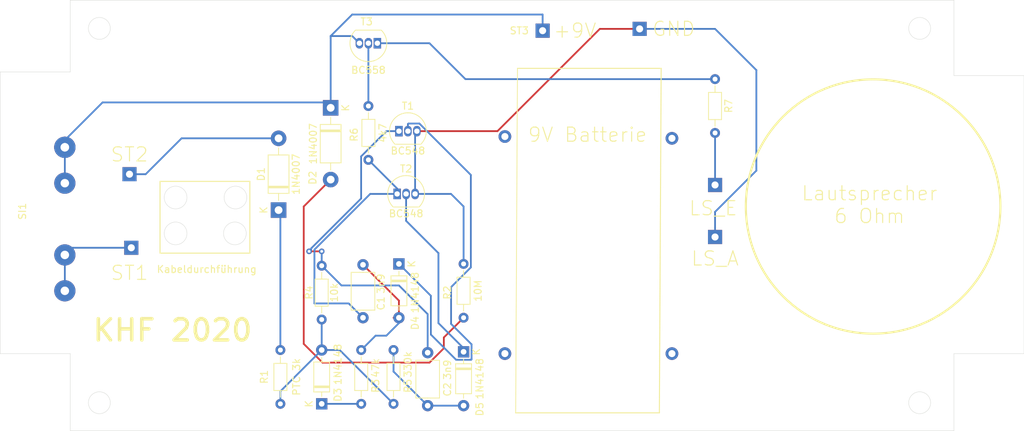
<source format=kicad_pcb>
(kicad_pcb (version 20171130) (host pcbnew "(5.1.6)-1")

  (general
    (thickness 1.6)
    (drawings 40)
    (tracks 106)
    (zones 0)
    (modules 24)
    (nets 18)
  )

  (page A4)
  (layers
    (0 F.Cu signal)
    (31 B.Cu signal)
    (32 B.Adhes user)
    (33 F.Adhes user)
    (34 B.Paste user)
    (35 F.Paste user)
    (36 B.SilkS user)
    (37 F.SilkS user)
    (38 B.Mask user)
    (39 F.Mask user)
    (40 Dwgs.User user)
    (41 Cmts.User user)
    (42 Eco1.User user)
    (43 Eco2.User user)
    (44 Edge.Cuts user)
    (45 Margin user)
    (46 B.CrtYd user)
    (47 F.CrtYd user)
    (48 B.Fab user)
    (49 F.Fab user)
  )

  (setup
    (last_trace_width 0.25)
    (trace_clearance 0.2)
    (zone_clearance 0.508)
    (zone_45_only no)
    (trace_min 0.2)
    (via_size 0.8)
    (via_drill 0.4)
    (via_min_size 0.4)
    (via_min_drill 0.3)
    (uvia_size 0.3)
    (uvia_drill 0.1)
    (uvias_allowed no)
    (uvia_min_size 0.2)
    (uvia_min_drill 0.1)
    (edge_width 0.05)
    (segment_width 0.2)
    (pcb_text_width 0.3)
    (pcb_text_size 1.5 1.5)
    (mod_edge_width 0.12)
    (mod_text_size 1 1)
    (mod_text_width 0.15)
    (pad_size 1.524 1.524)
    (pad_drill 0.762)
    (pad_to_mask_clearance 0.05)
    (aux_axis_origin 0 0)
    (visible_elements FFFFFF7F)
    (pcbplotparams
      (layerselection 0x010fc_ffffffff)
      (usegerberextensions false)
      (usegerberattributes true)
      (usegerberadvancedattributes true)
      (creategerberjobfile true)
      (excludeedgelayer true)
      (linewidth 0.100000)
      (plotframeref false)
      (viasonmask false)
      (mode 1)
      (useauxorigin false)
      (hpglpennumber 1)
      (hpglpenspeed 20)
      (hpglpendiameter 15.000000)
      (psnegative false)
      (psa4output false)
      (plotreference true)
      (plotvalue true)
      (plotinvisibletext false)
      (padsonsilk false)
      (subtractmaskfromsilk false)
      (outputformat 1)
      (mirror false)
      (drillshape 1)
      (scaleselection 1)
      (outputdirectory ""))
  )

  (net 0 "")
  (net 1 "Net-(C1-Pad1)")
  (net 2 "Net-(C2-Pad2)")
  (net 3 "Net-(C2-Pad1)")
  (net 4 "Net-(D1-Pad1)")
  (net 5 "Net-(D1-Pad2)")
  (net 6 "Net-(D2-Pad2)")
  (net 7 "Net-(D2-Pad1)")
  (net 8 "Net-(D3-Pad1)")
  (net 9 "Net-(D3-Pad2)")
  (net 10 "Net-(D4-Pad1)")
  (net 11 "Net-(D5-Pad1)")
  (net 12 "Net-(LS1_E1-Pad1)")
  (net 13 "Net-(R6-Pad1)")
  (net 14 "Net-(R7-Pad1)")
  (net 15 "Net-(SI1-Pad1)")
  (net 16 "Net-(LS1_A1-Pad1)")
  (net 17 "Net-(C1-Pad2)")

  (net_class Default "This is the default net class."
    (clearance 0.2)
    (trace_width 0.25)
    (via_dia 0.8)
    (via_drill 0.4)
    (uvia_dia 0.3)
    (uvia_drill 0.1)
    (add_net "Net-(C1-Pad1)")
    (add_net "Net-(C1-Pad2)")
    (add_net "Net-(C2-Pad1)")
    (add_net "Net-(C2-Pad2)")
    (add_net "Net-(D1-Pad1)")
    (add_net "Net-(D1-Pad2)")
    (add_net "Net-(D2-Pad1)")
    (add_net "Net-(D2-Pad2)")
    (add_net "Net-(D3-Pad1)")
    (add_net "Net-(D3-Pad2)")
    (add_net "Net-(D4-Pad1)")
    (add_net "Net-(D5-Pad1)")
    (add_net "Net-(LS1_A1-Pad1)")
    (add_net "Net-(LS1_E1-Pad1)")
    (add_net "Net-(R6-Pad1)")
    (add_net "Net-(R7-Pad1)")
    (add_net "Net-(SI1-Pad1)")
  )

  (module Capacitor_THT:C_Axial_L5.1mm_D3.1mm_P7.50mm_Horizontal (layer F.Cu) (tedit 5AE50EF0) (tstamp 5F67DFFA)
    (at 97.282 92.964 90)
    (descr "C, Axial series, Axial, Horizontal, pin pitch=7.5mm, , length*diameter=5.1*3.1mm^2, http://www.vishay.com/docs/45231/arseries.pdf")
    (tags "C Axial series Axial Horizontal pin pitch 7.5mm  length 5.1mm diameter 3.1mm")
    (path /5F67A9AF)
    (fp_text reference C1 (at 2.032 2.54 90) (layer F.SilkS)
      (effects (font (size 1 1) (thickness 0.15)))
    )
    (fp_text value 3n9 (at 4.826 2.54 90) (layer F.SilkS)
      (effects (font (size 1 1) (thickness 0.15)))
    )
    (fp_line (start 8.55 -1.8) (end -1.05 -1.8) (layer F.CrtYd) (width 0.05))
    (fp_line (start 8.55 1.8) (end 8.55 -1.8) (layer F.CrtYd) (width 0.05))
    (fp_line (start -1.05 1.8) (end 8.55 1.8) (layer F.CrtYd) (width 0.05))
    (fp_line (start -1.05 -1.8) (end -1.05 1.8) (layer F.CrtYd) (width 0.05))
    (fp_line (start 6.46 0) (end 6.42 0) (layer F.SilkS) (width 0.12))
    (fp_line (start 1.04 0) (end 1.08 0) (layer F.SilkS) (width 0.12))
    (fp_line (start 6.42 -1.67) (end 1.08 -1.67) (layer F.SilkS) (width 0.12))
    (fp_line (start 6.42 1.67) (end 6.42 -1.67) (layer F.SilkS) (width 0.12))
    (fp_line (start 1.08 1.67) (end 6.42 1.67) (layer F.SilkS) (width 0.12))
    (fp_line (start 1.08 -1.67) (end 1.08 1.67) (layer F.SilkS) (width 0.12))
    (fp_line (start 7.5 0) (end 6.3 0) (layer F.Fab) (width 0.1))
    (fp_line (start 0 0) (end 1.2 0) (layer F.Fab) (width 0.1))
    (fp_line (start 6.3 -1.55) (end 1.2 -1.55) (layer F.Fab) (width 0.1))
    (fp_line (start 6.3 1.55) (end 6.3 -1.55) (layer F.Fab) (width 0.1))
    (fp_line (start 1.2 1.55) (end 6.3 1.55) (layer F.Fab) (width 0.1))
    (fp_line (start 1.2 -1.55) (end 1.2 1.55) (layer F.Fab) (width 0.1))
    (fp_text user %R (at 3.75 0 90) (layer F.Fab)
      (effects (font (size 1 1) (thickness 0.15)))
    )
    (pad 1 thru_hole circle (at 0 0 90) (size 1.6 1.6) (drill 0.8) (layers *.Cu *.Mask)
      (net 1 "Net-(C1-Pad1)"))
    (pad 2 thru_hole oval (at 7.5 0 90) (size 1.6 1.6) (drill 0.8) (layers *.Cu *.Mask)
      (net 17 "Net-(C1-Pad2)"))
    (model ${KISYS3DMOD}/Capacitor_THT.3dshapes/C_Axial_L5.1mm_D3.1mm_P7.50mm_Horizontal.wrl
      (at (xyz 0 0 0))
      (scale (xyz 1 1 1))
      (rotate (xyz 0 0 0))
    )
  )

  (module Capacitor_THT:C_Axial_L5.1mm_D3.1mm_P7.50mm_Horizontal (layer F.Cu) (tedit 5AE50EF0) (tstamp 5F67E011)
    (at 106.426 105.41 90)
    (descr "C, Axial series, Axial, Horizontal, pin pitch=7.5mm, , length*diameter=5.1*3.1mm^2, http://www.vishay.com/docs/45231/arseries.pdf")
    (tags "C Axial series Axial Horizontal pin pitch 7.5mm  length 5.1mm diameter 3.1mm")
    (path /5F67AE1A)
    (fp_text reference C2 (at 2.286 2.794 90) (layer F.SilkS)
      (effects (font (size 1 1) (thickness 0.15)))
    )
    (fp_text value 3n9 (at 5.08 2.794 90) (layer F.SilkS)
      (effects (font (size 1 1) (thickness 0.15)))
    )
    (fp_text user %R (at 3.75 0 90) (layer F.Fab)
      (effects (font (size 1 1) (thickness 0.15)))
    )
    (fp_line (start 1.2 -1.55) (end 1.2 1.55) (layer F.Fab) (width 0.1))
    (fp_line (start 1.2 1.55) (end 6.3 1.55) (layer F.Fab) (width 0.1))
    (fp_line (start 6.3 1.55) (end 6.3 -1.55) (layer F.Fab) (width 0.1))
    (fp_line (start 6.3 -1.55) (end 1.2 -1.55) (layer F.Fab) (width 0.1))
    (fp_line (start 0 0) (end 1.2 0) (layer F.Fab) (width 0.1))
    (fp_line (start 7.5 0) (end 6.3 0) (layer F.Fab) (width 0.1))
    (fp_line (start 1.08 -1.67) (end 1.08 1.67) (layer F.SilkS) (width 0.12))
    (fp_line (start 1.08 1.67) (end 6.42 1.67) (layer F.SilkS) (width 0.12))
    (fp_line (start 6.42 1.67) (end 6.42 -1.67) (layer F.SilkS) (width 0.12))
    (fp_line (start 6.42 -1.67) (end 1.08 -1.67) (layer F.SilkS) (width 0.12))
    (fp_line (start 1.04 0) (end 1.08 0) (layer F.SilkS) (width 0.12))
    (fp_line (start 6.46 0) (end 6.42 0) (layer F.SilkS) (width 0.12))
    (fp_line (start -1.05 -1.8) (end -1.05 1.8) (layer F.CrtYd) (width 0.05))
    (fp_line (start -1.05 1.8) (end 8.55 1.8) (layer F.CrtYd) (width 0.05))
    (fp_line (start 8.55 1.8) (end 8.55 -1.8) (layer F.CrtYd) (width 0.05))
    (fp_line (start 8.55 -1.8) (end -1.05 -1.8) (layer F.CrtYd) (width 0.05))
    (pad 2 thru_hole oval (at 7.5 0 90) (size 1.6 1.6) (drill 0.8) (layers *.Cu *.Mask)
      (net 2 "Net-(C2-Pad2)"))
    (pad 1 thru_hole circle (at 0 0 90) (size 1.6 1.6) (drill 0.8) (layers *.Cu *.Mask)
      (net 3 "Net-(C2-Pad1)"))
    (model ${KISYS3DMOD}/Capacitor_THT.3dshapes/C_Axial_L5.1mm_D3.1mm_P7.50mm_Horizontal.wrl
      (at (xyz 0 0 0))
      (scale (xyz 1 1 1))
      (rotate (xyz 0 0 0))
    )
  )

  (module Diode_THT:D_DO-41_SOD81_P10.16mm_Horizontal (layer F.Cu) (tedit 5AE50CD5) (tstamp 5F67E030)
    (at 85.344 77.724 90)
    (descr "Diode, DO-41_SOD81 series, Axial, Horizontal, pin pitch=10.16mm, , length*diameter=5.2*2.7mm^2, , http://www.diodes.com/_files/packages/DO-41%20(Plastic).pdf")
    (tags "Diode DO-41_SOD81 series Axial Horizontal pin pitch 10.16mm  length 5.2mm diameter 2.7mm")
    (path /5F6770AF)
    (fp_text reference D1 (at 5.08 -2.47 90) (layer F.SilkS)
      (effects (font (size 1 1) (thickness 0.15)))
    )
    (fp_text value 1N4007 (at 5.08 2.47 90) (layer F.SilkS)
      (effects (font (size 1 1) (thickness 0.15)))
    )
    (fp_line (start 11.51 -1.6) (end -1.35 -1.6) (layer F.CrtYd) (width 0.05))
    (fp_line (start 11.51 1.6) (end 11.51 -1.6) (layer F.CrtYd) (width 0.05))
    (fp_line (start -1.35 1.6) (end 11.51 1.6) (layer F.CrtYd) (width 0.05))
    (fp_line (start -1.35 -1.6) (end -1.35 1.6) (layer F.CrtYd) (width 0.05))
    (fp_line (start 3.14 -1.47) (end 3.14 1.47) (layer F.SilkS) (width 0.12))
    (fp_line (start 3.38 -1.47) (end 3.38 1.47) (layer F.SilkS) (width 0.12))
    (fp_line (start 3.26 -1.47) (end 3.26 1.47) (layer F.SilkS) (width 0.12))
    (fp_line (start 8.82 0) (end 7.8 0) (layer F.SilkS) (width 0.12))
    (fp_line (start 1.34 0) (end 2.36 0) (layer F.SilkS) (width 0.12))
    (fp_line (start 7.8 -1.47) (end 2.36 -1.47) (layer F.SilkS) (width 0.12))
    (fp_line (start 7.8 1.47) (end 7.8 -1.47) (layer F.SilkS) (width 0.12))
    (fp_line (start 2.36 1.47) (end 7.8 1.47) (layer F.SilkS) (width 0.12))
    (fp_line (start 2.36 -1.47) (end 2.36 1.47) (layer F.SilkS) (width 0.12))
    (fp_line (start 3.16 -1.35) (end 3.16 1.35) (layer F.Fab) (width 0.1))
    (fp_line (start 3.36 -1.35) (end 3.36 1.35) (layer F.Fab) (width 0.1))
    (fp_line (start 3.26 -1.35) (end 3.26 1.35) (layer F.Fab) (width 0.1))
    (fp_line (start 10.16 0) (end 7.68 0) (layer F.Fab) (width 0.1))
    (fp_line (start 0 0) (end 2.48 0) (layer F.Fab) (width 0.1))
    (fp_line (start 7.68 -1.35) (end 2.48 -1.35) (layer F.Fab) (width 0.1))
    (fp_line (start 7.68 1.35) (end 7.68 -1.35) (layer F.Fab) (width 0.1))
    (fp_line (start 2.48 1.35) (end 7.68 1.35) (layer F.Fab) (width 0.1))
    (fp_line (start 2.48 -1.35) (end 2.48 1.35) (layer F.Fab) (width 0.1))
    (fp_text user %R (at 5.47 0 90) (layer F.Fab)
      (effects (font (size 1 1) (thickness 0.15)))
    )
    (fp_text user K (at 0 -2.1 90) (layer F.Fab)
      (effects (font (size 1 1) (thickness 0.15)))
    )
    (fp_text user K (at 0 -2.1 90) (layer F.SilkS)
      (effects (font (size 1 1) (thickness 0.15)))
    )
    (pad 1 thru_hole rect (at 0 0 90) (size 2.2 2.2) (drill 1.1) (layers *.Cu *.Mask)
      (net 4 "Net-(D1-Pad1)"))
    (pad 2 thru_hole oval (at 10.16 0 90) (size 2.2 2.2) (drill 1.1) (layers *.Cu *.Mask)
      (net 5 "Net-(D1-Pad2)"))
    (model ${KISYS3DMOD}/Diode_THT.3dshapes/D_DO-41_SOD81_P10.16mm_Horizontal.wrl
      (at (xyz 0 0 0))
      (scale (xyz 1 1 1))
      (rotate (xyz 0 0 0))
    )
  )

  (module Diode_THT:D_DO-41_SOD81_P10.16mm_Horizontal (layer F.Cu) (tedit 5AE50CD5) (tstamp 5F67E04F)
    (at 92.71 63.246 270)
    (descr "Diode, DO-41_SOD81 series, Axial, Horizontal, pin pitch=10.16mm, , length*diameter=5.2*2.7mm^2, , http://www.diodes.com/_files/packages/DO-41%20(Plastic).pdf")
    (tags "Diode DO-41_SOD81 series Axial Horizontal pin pitch 10.16mm  length 5.2mm diameter 2.7mm")
    (path /5F677EA3)
    (fp_text reference D2 (at 9.906 2.54 90) (layer F.SilkS)
      (effects (font (size 1 1) (thickness 0.15)))
    )
    (fp_text value 1N4007 (at 5.08 2.47 90) (layer F.SilkS)
      (effects (font (size 1 1) (thickness 0.15)))
    )
    (fp_text user K (at 0 -2.1 90) (layer F.SilkS)
      (effects (font (size 1 1) (thickness 0.15)))
    )
    (fp_text user K (at 0 -2.1 90) (layer F.Fab)
      (effects (font (size 1 1) (thickness 0.15)))
    )
    (fp_text user %R (at 5.47 0 90) (layer F.Fab)
      (effects (font (size 1 1) (thickness 0.15)))
    )
    (fp_line (start 2.48 -1.35) (end 2.48 1.35) (layer F.Fab) (width 0.1))
    (fp_line (start 2.48 1.35) (end 7.68 1.35) (layer F.Fab) (width 0.1))
    (fp_line (start 7.68 1.35) (end 7.68 -1.35) (layer F.Fab) (width 0.1))
    (fp_line (start 7.68 -1.35) (end 2.48 -1.35) (layer F.Fab) (width 0.1))
    (fp_line (start 0 0) (end 2.48 0) (layer F.Fab) (width 0.1))
    (fp_line (start 10.16 0) (end 7.68 0) (layer F.Fab) (width 0.1))
    (fp_line (start 3.26 -1.35) (end 3.26 1.35) (layer F.Fab) (width 0.1))
    (fp_line (start 3.36 -1.35) (end 3.36 1.35) (layer F.Fab) (width 0.1))
    (fp_line (start 3.16 -1.35) (end 3.16 1.35) (layer F.Fab) (width 0.1))
    (fp_line (start 2.36 -1.47) (end 2.36 1.47) (layer F.SilkS) (width 0.12))
    (fp_line (start 2.36 1.47) (end 7.8 1.47) (layer F.SilkS) (width 0.12))
    (fp_line (start 7.8 1.47) (end 7.8 -1.47) (layer F.SilkS) (width 0.12))
    (fp_line (start 7.8 -1.47) (end 2.36 -1.47) (layer F.SilkS) (width 0.12))
    (fp_line (start 1.34 0) (end 2.36 0) (layer F.SilkS) (width 0.12))
    (fp_line (start 8.82 0) (end 7.8 0) (layer F.SilkS) (width 0.12))
    (fp_line (start 3.26 -1.47) (end 3.26 1.47) (layer F.SilkS) (width 0.12))
    (fp_line (start 3.38 -1.47) (end 3.38 1.47) (layer F.SilkS) (width 0.12))
    (fp_line (start 3.14 -1.47) (end 3.14 1.47) (layer F.SilkS) (width 0.12))
    (fp_line (start -1.35 -1.6) (end -1.35 1.6) (layer F.CrtYd) (width 0.05))
    (fp_line (start -1.35 1.6) (end 11.51 1.6) (layer F.CrtYd) (width 0.05))
    (fp_line (start 11.51 1.6) (end 11.51 -1.6) (layer F.CrtYd) (width 0.05))
    (fp_line (start 11.51 -1.6) (end -1.35 -1.6) (layer F.CrtYd) (width 0.05))
    (pad 2 thru_hole oval (at 10.16 0 270) (size 2.2 2.2) (drill 1.1) (layers *.Cu *.Mask)
      (net 6 "Net-(D2-Pad2)"))
    (pad 1 thru_hole rect (at 0 0 270) (size 2.2 2.2) (drill 1.1) (layers *.Cu *.Mask)
      (net 7 "Net-(D2-Pad1)"))
    (model ${KISYS3DMOD}/Diode_THT.3dshapes/D_DO-41_SOD81_P10.16mm_Horizontal.wrl
      (at (xyz 0 0 0))
      (scale (xyz 1 1 1))
      (rotate (xyz 0 0 0))
    )
  )

  (module Diode_THT:D_DO-35_SOD27_P7.62mm_Horizontal (layer F.Cu) (tedit 5AE50CD5) (tstamp 5F67EC93)
    (at 91.44 105.156 90)
    (descr "Diode, DO-35_SOD27 series, Axial, Horizontal, pin pitch=7.62mm, , length*diameter=4*2mm^2, , http://www.diodes.com/_files/packages/DO-35.pdf")
    (tags "Diode DO-35_SOD27 series Axial Horizontal pin pitch 7.62mm  length 4mm diameter 2mm")
    (path /5F67866F)
    (fp_text reference D3 (at 1.27 2.286 90) (layer F.SilkS)
      (effects (font (size 1 1) (thickness 0.15)))
    )
    (fp_text value 1N4148 (at 5.588 2.286 90) (layer F.SilkS)
      (effects (font (size 1 1) (thickness 0.15)))
    )
    (fp_line (start 8.67 -1.25) (end -1.05 -1.25) (layer F.CrtYd) (width 0.05))
    (fp_line (start 8.67 1.25) (end 8.67 -1.25) (layer F.CrtYd) (width 0.05))
    (fp_line (start -1.05 1.25) (end 8.67 1.25) (layer F.CrtYd) (width 0.05))
    (fp_line (start -1.05 -1.25) (end -1.05 1.25) (layer F.CrtYd) (width 0.05))
    (fp_line (start 2.29 -1.12) (end 2.29 1.12) (layer F.SilkS) (width 0.12))
    (fp_line (start 2.53 -1.12) (end 2.53 1.12) (layer F.SilkS) (width 0.12))
    (fp_line (start 2.41 -1.12) (end 2.41 1.12) (layer F.SilkS) (width 0.12))
    (fp_line (start 6.58 0) (end 5.93 0) (layer F.SilkS) (width 0.12))
    (fp_line (start 1.04 0) (end 1.69 0) (layer F.SilkS) (width 0.12))
    (fp_line (start 5.93 -1.12) (end 1.69 -1.12) (layer F.SilkS) (width 0.12))
    (fp_line (start 5.93 1.12) (end 5.93 -1.12) (layer F.SilkS) (width 0.12))
    (fp_line (start 1.69 1.12) (end 5.93 1.12) (layer F.SilkS) (width 0.12))
    (fp_line (start 1.69 -1.12) (end 1.69 1.12) (layer F.SilkS) (width 0.12))
    (fp_line (start 2.31 -1) (end 2.31 1) (layer F.Fab) (width 0.1))
    (fp_line (start 2.51 -1) (end 2.51 1) (layer F.Fab) (width 0.1))
    (fp_line (start 2.41 -1) (end 2.41 1) (layer F.Fab) (width 0.1))
    (fp_line (start 7.62 0) (end 5.81 0) (layer F.Fab) (width 0.1))
    (fp_line (start 0 0) (end 1.81 0) (layer F.Fab) (width 0.1))
    (fp_line (start 5.81 -1) (end 1.81 -1) (layer F.Fab) (width 0.1))
    (fp_line (start 5.81 1) (end 5.81 -1) (layer F.Fab) (width 0.1))
    (fp_line (start 1.81 1) (end 5.81 1) (layer F.Fab) (width 0.1))
    (fp_line (start 1.81 -1) (end 1.81 1) (layer F.Fab) (width 0.1))
    (fp_text user %R (at 4.11 0 90) (layer F.Fab)
      (effects (font (size 0.8 0.8) (thickness 0.12)))
    )
    (fp_text user K (at 0 -1.8 90) (layer F.Fab)
      (effects (font (size 1 1) (thickness 0.15)))
    )
    (fp_text user K (at 0 -1.8 90) (layer F.SilkS)
      (effects (font (size 1 1) (thickness 0.15)))
    )
    (pad 1 thru_hole rect (at 0 0 90) (size 1.6 1.6) (drill 0.8) (layers *.Cu *.Mask)
      (net 8 "Net-(D3-Pad1)"))
    (pad 2 thru_hole oval (at 7.62 0 90) (size 1.6 1.6) (drill 0.8) (layers *.Cu *.Mask)
      (net 9 "Net-(D3-Pad2)"))
    (model ${KISYS3DMOD}/Diode_THT.3dshapes/D_DO-35_SOD27_P7.62mm_Horizontal.wrl
      (at (xyz 0 0 0))
      (scale (xyz 1 1 1))
      (rotate (xyz 0 0 0))
    )
  )

  (module Diode_THT:D_DO-35_SOD27_P7.62mm_Horizontal (layer F.Cu) (tedit 5AE50CD5) (tstamp 5F67E08D)
    (at 102.362 85.344 270)
    (descr "Diode, DO-35_SOD27 series, Axial, Horizontal, pin pitch=7.62mm, , length*diameter=4*2mm^2, , http://www.diodes.com/_files/packages/DO-35.pdf")
    (tags "Diode DO-35_SOD27 series Axial Horizontal pin pitch 7.62mm  length 4mm diameter 2mm")
    (path /5F678F0A)
    (fp_text reference D4 (at 8.382 -2.286 90) (layer F.SilkS)
      (effects (font (size 1 1) (thickness 0.15)))
    )
    (fp_text value 1N4148 (at 4.064 -2.286 90) (layer F.SilkS)
      (effects (font (size 1 1) (thickness 0.15)))
    )
    (fp_text user K (at 0 -1.8 90) (layer F.SilkS)
      (effects (font (size 1 1) (thickness 0.15)))
    )
    (fp_text user K (at 0 -1.8 90) (layer F.Fab)
      (effects (font (size 1 1) (thickness 0.15)))
    )
    (fp_text user %R (at 4.11 0 90) (layer F.Fab)
      (effects (font (size 0.8 0.8) (thickness 0.12)))
    )
    (fp_line (start 1.81 -1) (end 1.81 1) (layer F.Fab) (width 0.1))
    (fp_line (start 1.81 1) (end 5.81 1) (layer F.Fab) (width 0.1))
    (fp_line (start 5.81 1) (end 5.81 -1) (layer F.Fab) (width 0.1))
    (fp_line (start 5.81 -1) (end 1.81 -1) (layer F.Fab) (width 0.1))
    (fp_line (start 0 0) (end 1.81 0) (layer F.Fab) (width 0.1))
    (fp_line (start 7.62 0) (end 5.81 0) (layer F.Fab) (width 0.1))
    (fp_line (start 2.41 -1) (end 2.41 1) (layer F.Fab) (width 0.1))
    (fp_line (start 2.51 -1) (end 2.51 1) (layer F.Fab) (width 0.1))
    (fp_line (start 2.31 -1) (end 2.31 1) (layer F.Fab) (width 0.1))
    (fp_line (start 1.69 -1.12) (end 1.69 1.12) (layer F.SilkS) (width 0.12))
    (fp_line (start 1.69 1.12) (end 5.93 1.12) (layer F.SilkS) (width 0.12))
    (fp_line (start 5.93 1.12) (end 5.93 -1.12) (layer F.SilkS) (width 0.12))
    (fp_line (start 5.93 -1.12) (end 1.69 -1.12) (layer F.SilkS) (width 0.12))
    (fp_line (start 1.04 0) (end 1.69 0) (layer F.SilkS) (width 0.12))
    (fp_line (start 6.58 0) (end 5.93 0) (layer F.SilkS) (width 0.12))
    (fp_line (start 2.41 -1.12) (end 2.41 1.12) (layer F.SilkS) (width 0.12))
    (fp_line (start 2.53 -1.12) (end 2.53 1.12) (layer F.SilkS) (width 0.12))
    (fp_line (start 2.29 -1.12) (end 2.29 1.12) (layer F.SilkS) (width 0.12))
    (fp_line (start -1.05 -1.25) (end -1.05 1.25) (layer F.CrtYd) (width 0.05))
    (fp_line (start -1.05 1.25) (end 8.67 1.25) (layer F.CrtYd) (width 0.05))
    (fp_line (start 8.67 1.25) (end 8.67 -1.25) (layer F.CrtYd) (width 0.05))
    (fp_line (start 8.67 -1.25) (end -1.05 -1.25) (layer F.CrtYd) (width 0.05))
    (pad 2 thru_hole oval (at 7.62 0 270) (size 1.6 1.6) (drill 0.8) (layers *.Cu *.Mask)
      (net 17 "Net-(C1-Pad2)"))
    (pad 1 thru_hole rect (at 0 0 270) (size 1.6 1.6) (drill 0.8) (layers *.Cu *.Mask)
      (net 10 "Net-(D4-Pad1)"))
    (model ${KISYS3DMOD}/Diode_THT.3dshapes/D_DO-35_SOD27_P7.62mm_Horizontal.wrl
      (at (xyz 0 0 0))
      (scale (xyz 1 1 1))
      (rotate (xyz 0 0 0))
    )
  )

  (module Diode_THT:D_DO-35_SOD27_P7.62mm_Horizontal (layer F.Cu) (tedit 5AE50CD5) (tstamp 5F67E0AC)
    (at 111.506 97.79 270)
    (descr "Diode, DO-35_SOD27 series, Axial, Horizontal, pin pitch=7.62mm, , length*diameter=4*2mm^2, , http://www.diodes.com/_files/packages/DO-35.pdf")
    (tags "Diode DO-35_SOD27 series Axial Horizontal pin pitch 7.62mm  length 4mm diameter 2mm")
    (path /5F6791B0)
    (fp_text reference D5 (at 8.128 -2.286 90) (layer F.SilkS)
      (effects (font (size 1 1) (thickness 0.15)))
    )
    (fp_text value 1N4148 (at 3.81 -2.286 90) (layer F.SilkS)
      (effects (font (size 1 1) (thickness 0.15)))
    )
    (fp_line (start 8.67 -1.25) (end -1.05 -1.25) (layer F.CrtYd) (width 0.05))
    (fp_line (start 8.67 1.25) (end 8.67 -1.25) (layer F.CrtYd) (width 0.05))
    (fp_line (start -1.05 1.25) (end 8.67 1.25) (layer F.CrtYd) (width 0.05))
    (fp_line (start -1.05 -1.25) (end -1.05 1.25) (layer F.CrtYd) (width 0.05))
    (fp_line (start 2.29 -1.12) (end 2.29 1.12) (layer F.SilkS) (width 0.12))
    (fp_line (start 2.53 -1.12) (end 2.53 1.12) (layer F.SilkS) (width 0.12))
    (fp_line (start 2.41 -1.12) (end 2.41 1.12) (layer F.SilkS) (width 0.12))
    (fp_line (start 6.58 0) (end 5.93 0) (layer F.SilkS) (width 0.12))
    (fp_line (start 1.04 0) (end 1.69 0) (layer F.SilkS) (width 0.12))
    (fp_line (start 5.93 -1.12) (end 1.69 -1.12) (layer F.SilkS) (width 0.12))
    (fp_line (start 5.93 1.12) (end 5.93 -1.12) (layer F.SilkS) (width 0.12))
    (fp_line (start 1.69 1.12) (end 5.93 1.12) (layer F.SilkS) (width 0.12))
    (fp_line (start 1.69 -1.12) (end 1.69 1.12) (layer F.SilkS) (width 0.12))
    (fp_line (start 2.31 -1) (end 2.31 1) (layer F.Fab) (width 0.1))
    (fp_line (start 2.51 -1) (end 2.51 1) (layer F.Fab) (width 0.1))
    (fp_line (start 2.41 -1) (end 2.41 1) (layer F.Fab) (width 0.1))
    (fp_line (start 7.62 0) (end 5.81 0) (layer F.Fab) (width 0.1))
    (fp_line (start 0 0) (end 1.81 0) (layer F.Fab) (width 0.1))
    (fp_line (start 5.81 -1) (end 1.81 -1) (layer F.Fab) (width 0.1))
    (fp_line (start 5.81 1) (end 5.81 -1) (layer F.Fab) (width 0.1))
    (fp_line (start 1.81 1) (end 5.81 1) (layer F.Fab) (width 0.1))
    (fp_line (start 1.81 -1) (end 1.81 1) (layer F.Fab) (width 0.1))
    (fp_text user %R (at 4.11 0 90) (layer F.Fab)
      (effects (font (size 0.8 0.8) (thickness 0.12)))
    )
    (fp_text user K (at 0 -1.8 90) (layer F.Fab)
      (effects (font (size 1 1) (thickness 0.15)))
    )
    (fp_text user K (at 0 -1.8 90) (layer F.SilkS)
      (effects (font (size 1 1) (thickness 0.15)))
    )
    (pad 1 thru_hole rect (at 0 0 270) (size 1.6 1.6) (drill 0.8) (layers *.Cu *.Mask)
      (net 11 "Net-(D5-Pad1)"))
    (pad 2 thru_hole oval (at 7.62 0 270) (size 1.6 1.6) (drill 0.8) (layers *.Cu *.Mask)
      (net 3 "Net-(C2-Pad1)"))
    (model ${KISYS3DMOD}/Diode_THT.3dshapes/D_DO-35_SOD27_P7.62mm_Horizontal.wrl
      (at (xyz 0 0 0))
      (scale (xyz 1 1 1))
      (rotate (xyz 0 0 0))
    )
  )

  (module KHF_LIB:LP (layer F.Cu) (tedit 5F413EAB) (tstamp 5F67E0B1)
    (at 147.066 81.534)
    (descr LP)
    (path /5F6AB6A7)
    (fp_text reference LS1_A1 (at -4.826 -1.27) (layer F.Fab)
      (effects (font (size 1 1) (thickness 0.15)))
    )
    (fp_text value LP_A (at -4.572 0.762) (layer F.Fab)
      (effects (font (size 1 1) (thickness 0.15)))
    )
    (pad 1 thru_hole rect (at 0 0) (size 2 2) (drill 1) (layers *.Cu *.Mask)
      (net 16 "Net-(LS1_A1-Pad1)"))
  )

  (module KHF_LIB:LP (layer F.Cu) (tedit 5F413EAB) (tstamp 5F67E0B6)
    (at 147.066 74.168)
    (descr LP)
    (path /5F6AB2B2)
    (fp_text reference LS1_E1 (at -4.572 0) (layer F.Fab)
      (effects (font (size 1 1) (thickness 0.15)))
    )
    (fp_text value LP_E (at -4.572 2.032) (layer F.Fab)
      (effects (font (size 1 1) (thickness 0.15)))
    )
    (pad 1 thru_hole rect (at 0 0) (size 2 2) (drill 1) (layers *.Cu *.Mask)
      (net 12 "Net-(LS1_E1-Pad1)"))
  )

  (module Resistor_THT:R_Axial_DIN0204_L3.6mm_D1.6mm_P7.62mm_Horizontal (layer F.Cu) (tedit 5AE5139B) (tstamp 5F67E0CD)
    (at 85.598 97.536 270)
    (descr "Resistor, Axial_DIN0204 series, Axial, Horizontal, pin pitch=7.62mm, 0.167W, length*diameter=3.6*1.6mm^2, http://cdn-reichelt.de/documents/datenblatt/B400/1_4W%23YAG.pdf")
    (tags "Resistor Axial_DIN0204 series Axial Horizontal pin pitch 7.62mm 0.167W length 3.6mm diameter 1.6mm")
    (path /5F677C0C)
    (fp_text reference R1 (at 3.81 2.286 90) (layer F.SilkS)
      (effects (font (size 1 1) (thickness 0.15)))
    )
    (fp_text value "PTC 3k" (at 3.81 -2.286 90) (layer F.SilkS)
      (effects (font (size 1 1) (thickness 0.15)))
    )
    (fp_line (start 8.57 -1.05) (end -0.95 -1.05) (layer F.CrtYd) (width 0.05))
    (fp_line (start 8.57 1.05) (end 8.57 -1.05) (layer F.CrtYd) (width 0.05))
    (fp_line (start -0.95 1.05) (end 8.57 1.05) (layer F.CrtYd) (width 0.05))
    (fp_line (start -0.95 -1.05) (end -0.95 1.05) (layer F.CrtYd) (width 0.05))
    (fp_line (start 6.68 0) (end 5.73 0) (layer F.SilkS) (width 0.12))
    (fp_line (start 0.94 0) (end 1.89 0) (layer F.SilkS) (width 0.12))
    (fp_line (start 5.73 -0.92) (end 1.89 -0.92) (layer F.SilkS) (width 0.12))
    (fp_line (start 5.73 0.92) (end 5.73 -0.92) (layer F.SilkS) (width 0.12))
    (fp_line (start 1.89 0.92) (end 5.73 0.92) (layer F.SilkS) (width 0.12))
    (fp_line (start 1.89 -0.92) (end 1.89 0.92) (layer F.SilkS) (width 0.12))
    (fp_line (start 7.62 0) (end 5.61 0) (layer F.Fab) (width 0.1))
    (fp_line (start 0 0) (end 2.01 0) (layer F.Fab) (width 0.1))
    (fp_line (start 5.61 -0.8) (end 2.01 -0.8) (layer F.Fab) (width 0.1))
    (fp_line (start 5.61 0.8) (end 5.61 -0.8) (layer F.Fab) (width 0.1))
    (fp_line (start 2.01 0.8) (end 5.61 0.8) (layer F.Fab) (width 0.1))
    (fp_line (start 2.01 -0.8) (end 2.01 0.8) (layer F.Fab) (width 0.1))
    (fp_text user %R (at 3.81 0 90) (layer F.Fab)
      (effects (font (size 0.72 0.72) (thickness 0.108)))
    )
    (pad 1 thru_hole circle (at 0 0 270) (size 1.4 1.4) (drill 0.7) (layers *.Cu *.Mask)
      (net 4 "Net-(D1-Pad1)"))
    (pad 2 thru_hole oval (at 7.62 0 270) (size 1.4 1.4) (drill 0.7) (layers *.Cu *.Mask)
      (net 9 "Net-(D3-Pad2)"))
    (model ${KISYS3DMOD}/Resistor_THT.3dshapes/R_Axial_DIN0204_L3.6mm_D1.6mm_P7.62mm_Horizontal.wrl
      (at (xyz 0 0 0))
      (scale (xyz 1 1 1))
      (rotate (xyz 0 0 0))
    )
  )

  (module Resistor_THT:R_Axial_DIN0204_L3.6mm_D1.6mm_P7.62mm_Horizontal (layer F.Cu) (tedit 5AE5139B) (tstamp 5F67E0E4)
    (at 111.506 92.964 90)
    (descr "Resistor, Axial_DIN0204 series, Axial, Horizontal, pin pitch=7.62mm, 0.167W, length*diameter=3.6*1.6mm^2, http://cdn-reichelt.de/documents/datenblatt/B400/1_4W%23YAG.pdf")
    (tags "Resistor Axial_DIN0204 series Axial Horizontal pin pitch 7.62mm 0.167W length 3.6mm diameter 1.6mm")
    (path /5F679434)
    (fp_text reference R2 (at 3.556 -2.286 90) (layer F.SilkS)
      (effects (font (size 1 1) (thickness 0.15)))
    )
    (fp_text value 10M (at 3.81 2.032 90) (layer F.SilkS)
      (effects (font (size 1 1) (thickness 0.15)))
    )
    (fp_text user %R (at 3.81 0 90) (layer F.Fab)
      (effects (font (size 0.72 0.72) (thickness 0.108)))
    )
    (fp_line (start 2.01 -0.8) (end 2.01 0.8) (layer F.Fab) (width 0.1))
    (fp_line (start 2.01 0.8) (end 5.61 0.8) (layer F.Fab) (width 0.1))
    (fp_line (start 5.61 0.8) (end 5.61 -0.8) (layer F.Fab) (width 0.1))
    (fp_line (start 5.61 -0.8) (end 2.01 -0.8) (layer F.Fab) (width 0.1))
    (fp_line (start 0 0) (end 2.01 0) (layer F.Fab) (width 0.1))
    (fp_line (start 7.62 0) (end 5.61 0) (layer F.Fab) (width 0.1))
    (fp_line (start 1.89 -0.92) (end 1.89 0.92) (layer F.SilkS) (width 0.12))
    (fp_line (start 1.89 0.92) (end 5.73 0.92) (layer F.SilkS) (width 0.12))
    (fp_line (start 5.73 0.92) (end 5.73 -0.92) (layer F.SilkS) (width 0.12))
    (fp_line (start 5.73 -0.92) (end 1.89 -0.92) (layer F.SilkS) (width 0.12))
    (fp_line (start 0.94 0) (end 1.89 0) (layer F.SilkS) (width 0.12))
    (fp_line (start 6.68 0) (end 5.73 0) (layer F.SilkS) (width 0.12))
    (fp_line (start -0.95 -1.05) (end -0.95 1.05) (layer F.CrtYd) (width 0.05))
    (fp_line (start -0.95 1.05) (end 8.57 1.05) (layer F.CrtYd) (width 0.05))
    (fp_line (start 8.57 1.05) (end 8.57 -1.05) (layer F.CrtYd) (width 0.05))
    (fp_line (start 8.57 -1.05) (end -0.95 -1.05) (layer F.CrtYd) (width 0.05))
    (pad 2 thru_hole oval (at 7.62 0 90) (size 1.4 1.4) (drill 0.7) (layers *.Cu *.Mask)
      (net 16 "Net-(LS1_A1-Pad1)"))
    (pad 1 thru_hole circle (at 0 0 90) (size 1.4 1.4) (drill 0.7) (layers *.Cu *.Mask)
      (net 6 "Net-(D2-Pad2)"))
    (model ${KISYS3DMOD}/Resistor_THT.3dshapes/R_Axial_DIN0204_L3.6mm_D1.6mm_P7.62mm_Horizontal.wrl
      (at (xyz 0 0 0))
      (scale (xyz 1 1 1))
      (rotate (xyz 0 0 0))
    )
  )

  (module Resistor_THT:R_Axial_DIN0204_L3.6mm_D1.6mm_P7.62mm_Horizontal (layer F.Cu) (tedit 5AE5139B) (tstamp 5F67E0FB)
    (at 97.028 105.156 90)
    (descr "Resistor, Axial_DIN0204 series, Axial, Horizontal, pin pitch=7.62mm, 0.167W, length*diameter=3.6*1.6mm^2, http://cdn-reichelt.de/documents/datenblatt/B400/1_4W%23YAG.pdf")
    (tags "Resistor Axial_DIN0204 series Axial Horizontal pin pitch 7.62mm 0.167W length 3.6mm diameter 1.6mm")
    (path /5F679631)
    (fp_text reference R3 (at 2.54 2.032 90) (layer F.SilkS)
      (effects (font (size 1 1) (thickness 0.15)))
    )
    (fp_text value 47k (at 5.08 2.032 90) (layer F.SilkS)
      (effects (font (size 1 1) (thickness 0.15)))
    )
    (fp_line (start 8.57 -1.05) (end -0.95 -1.05) (layer F.CrtYd) (width 0.05))
    (fp_line (start 8.57 1.05) (end 8.57 -1.05) (layer F.CrtYd) (width 0.05))
    (fp_line (start -0.95 1.05) (end 8.57 1.05) (layer F.CrtYd) (width 0.05))
    (fp_line (start -0.95 -1.05) (end -0.95 1.05) (layer F.CrtYd) (width 0.05))
    (fp_line (start 6.68 0) (end 5.73 0) (layer F.SilkS) (width 0.12))
    (fp_line (start 0.94 0) (end 1.89 0) (layer F.SilkS) (width 0.12))
    (fp_line (start 5.73 -0.92) (end 1.89 -0.92) (layer F.SilkS) (width 0.12))
    (fp_line (start 5.73 0.92) (end 5.73 -0.92) (layer F.SilkS) (width 0.12))
    (fp_line (start 1.89 0.92) (end 5.73 0.92) (layer F.SilkS) (width 0.12))
    (fp_line (start 1.89 -0.92) (end 1.89 0.92) (layer F.SilkS) (width 0.12))
    (fp_line (start 7.62 0) (end 5.61 0) (layer F.Fab) (width 0.1))
    (fp_line (start 0 0) (end 2.01 0) (layer F.Fab) (width 0.1))
    (fp_line (start 5.61 -0.8) (end 2.01 -0.8) (layer F.Fab) (width 0.1))
    (fp_line (start 5.61 0.8) (end 5.61 -0.8) (layer F.Fab) (width 0.1))
    (fp_line (start 2.01 0.8) (end 5.61 0.8) (layer F.Fab) (width 0.1))
    (fp_line (start 2.01 -0.8) (end 2.01 0.8) (layer F.Fab) (width 0.1))
    (fp_text user %R (at 3.81 0 90) (layer F.Fab)
      (effects (font (size 0.72 0.72) (thickness 0.108)))
    )
    (pad 1 thru_hole circle (at 0 0 90) (size 1.4 1.4) (drill 0.7) (layers *.Cu *.Mask)
      (net 8 "Net-(D3-Pad1)"))
    (pad 2 thru_hole oval (at 7.62 0 90) (size 1.4 1.4) (drill 0.7) (layers *.Cu *.Mask)
      (net 17 "Net-(C1-Pad2)"))
    (model ${KISYS3DMOD}/Resistor_THT.3dshapes/R_Axial_DIN0204_L3.6mm_D1.6mm_P7.62mm_Horizontal.wrl
      (at (xyz 0 0 0))
      (scale (xyz 1 1 1))
      (rotate (xyz 0 0 0))
    )
  )

  (module Resistor_THT:R_Axial_DIN0204_L3.6mm_D1.6mm_P7.62mm_Horizontal (layer F.Cu) (tedit 5AE5139B) (tstamp 5F67E112)
    (at 91.44 93.218 90)
    (descr "Resistor, Axial_DIN0204 series, Axial, Horizontal, pin pitch=7.62mm, 0.167W, length*diameter=3.6*1.6mm^2, http://cdn-reichelt.de/documents/datenblatt/B400/1_4W%23YAG.pdf")
    (tags "Resistor Axial_DIN0204 series Axial Horizontal pin pitch 7.62mm 0.167W length 3.6mm diameter 1.6mm")
    (path /5F67DBF6)
    (fp_text reference R4 (at 3.81 -1.778 90) (layer F.SilkS)
      (effects (font (size 1 1) (thickness 0.15)))
    )
    (fp_text value 10k (at 3.81 1.778 90) (layer F.SilkS)
      (effects (font (size 1 1) (thickness 0.15)))
    )
    (fp_line (start 8.57 -1.05) (end -0.95 -1.05) (layer F.CrtYd) (width 0.05))
    (fp_line (start 8.57 1.05) (end 8.57 -1.05) (layer F.CrtYd) (width 0.05))
    (fp_line (start -0.95 1.05) (end 8.57 1.05) (layer F.CrtYd) (width 0.05))
    (fp_line (start -0.95 -1.05) (end -0.95 1.05) (layer F.CrtYd) (width 0.05))
    (fp_line (start 6.68 0) (end 5.73 0) (layer F.SilkS) (width 0.12))
    (fp_line (start 0.94 0) (end 1.89 0) (layer F.SilkS) (width 0.12))
    (fp_line (start 5.73 -0.92) (end 1.89 -0.92) (layer F.SilkS) (width 0.12))
    (fp_line (start 5.73 0.92) (end 5.73 -0.92) (layer F.SilkS) (width 0.12))
    (fp_line (start 1.89 0.92) (end 5.73 0.92) (layer F.SilkS) (width 0.12))
    (fp_line (start 1.89 -0.92) (end 1.89 0.92) (layer F.SilkS) (width 0.12))
    (fp_line (start 7.62 0) (end 5.61 0) (layer F.Fab) (width 0.1))
    (fp_line (start 0 0) (end 2.01 0) (layer F.Fab) (width 0.1))
    (fp_line (start 5.61 -0.8) (end 2.01 -0.8) (layer F.Fab) (width 0.1))
    (fp_line (start 5.61 0.8) (end 5.61 -0.8) (layer F.Fab) (width 0.1))
    (fp_line (start 2.01 0.8) (end 5.61 0.8) (layer F.Fab) (width 0.1))
    (fp_line (start 2.01 -0.8) (end 2.01 0.8) (layer F.Fab) (width 0.1))
    (fp_text user %R (at 3.81 0 90) (layer F.Fab)
      (effects (font (size 0.72 0.72) (thickness 0.108)))
    )
    (pad 1 thru_hole circle (at 0 0 90) (size 1.4 1.4) (drill 0.7) (layers *.Cu *.Mask)
      (net 9 "Net-(D3-Pad2)"))
    (pad 2 thru_hole oval (at 7.62 0 90) (size 1.4 1.4) (drill 0.7) (layers *.Cu *.Mask)
      (net 2 "Net-(C2-Pad2)"))
    (model ${KISYS3DMOD}/Resistor_THT.3dshapes/R_Axial_DIN0204_L3.6mm_D1.6mm_P7.62mm_Horizontal.wrl
      (at (xyz 0 0 0))
      (scale (xyz 1 1 1))
      (rotate (xyz 0 0 0))
    )
  )

  (module Resistor_THT:R_Axial_DIN0204_L3.6mm_D1.6mm_P7.62mm_Horizontal (layer F.Cu) (tedit 5AE5139B) (tstamp 5F67E129)
    (at 101.6 105.156 90)
    (descr "Resistor, Axial_DIN0204 series, Axial, Horizontal, pin pitch=7.62mm, 0.167W, length*diameter=3.6*1.6mm^2, http://cdn-reichelt.de/documents/datenblatt/B400/1_4W%23YAG.pdf")
    (tags "Resistor Axial_DIN0204 series Axial Horizontal pin pitch 7.62mm 0.167W length 3.6mm diameter 1.6mm")
    (path /5F67E51C)
    (fp_text reference R5 (at 2.54 2.032 90) (layer F.SilkS)
      (effects (font (size 1 1) (thickness 0.15)))
    )
    (fp_text value 330k (at 5.588 2.032 90) (layer F.SilkS)
      (effects (font (size 1 1) (thickness 0.15)))
    )
    (fp_text user %R (at 3.81 0 90) (layer F.Fab)
      (effects (font (size 0.72 0.72) (thickness 0.108)))
    )
    (fp_line (start 2.01 -0.8) (end 2.01 0.8) (layer F.Fab) (width 0.1))
    (fp_line (start 2.01 0.8) (end 5.61 0.8) (layer F.Fab) (width 0.1))
    (fp_line (start 5.61 0.8) (end 5.61 -0.8) (layer F.Fab) (width 0.1))
    (fp_line (start 5.61 -0.8) (end 2.01 -0.8) (layer F.Fab) (width 0.1))
    (fp_line (start 0 0) (end 2.01 0) (layer F.Fab) (width 0.1))
    (fp_line (start 7.62 0) (end 5.61 0) (layer F.Fab) (width 0.1))
    (fp_line (start 1.89 -0.92) (end 1.89 0.92) (layer F.SilkS) (width 0.12))
    (fp_line (start 1.89 0.92) (end 5.73 0.92) (layer F.SilkS) (width 0.12))
    (fp_line (start 5.73 0.92) (end 5.73 -0.92) (layer F.SilkS) (width 0.12))
    (fp_line (start 5.73 -0.92) (end 1.89 -0.92) (layer F.SilkS) (width 0.12))
    (fp_line (start 0.94 0) (end 1.89 0) (layer F.SilkS) (width 0.12))
    (fp_line (start 6.68 0) (end 5.73 0) (layer F.SilkS) (width 0.12))
    (fp_line (start -0.95 -1.05) (end -0.95 1.05) (layer F.CrtYd) (width 0.05))
    (fp_line (start -0.95 1.05) (end 8.57 1.05) (layer F.CrtYd) (width 0.05))
    (fp_line (start 8.57 1.05) (end 8.57 -1.05) (layer F.CrtYd) (width 0.05))
    (fp_line (start 8.57 -1.05) (end -0.95 -1.05) (layer F.CrtYd) (width 0.05))
    (pad 2 thru_hole oval (at 7.62 0 90) (size 1.4 1.4) (drill 0.7) (layers *.Cu *.Mask)
      (net 3 "Net-(C2-Pad1)"))
    (pad 1 thru_hole circle (at 0 0 90) (size 1.4 1.4) (drill 0.7) (layers *.Cu *.Mask)
      (net 9 "Net-(D3-Pad2)"))
    (model ${KISYS3DMOD}/Resistor_THT.3dshapes/R_Axial_DIN0204_L3.6mm_D1.6mm_P7.62mm_Horizontal.wrl
      (at (xyz 0 0 0))
      (scale (xyz 1 1 1))
      (rotate (xyz 0 0 0))
    )
  )

  (module Resistor_THT:R_Axial_DIN0204_L3.6mm_D1.6mm_P7.62mm_Horizontal (layer F.Cu) (tedit 5AE5139B) (tstamp 5F67E140)
    (at 98.044 62.992 270)
    (descr "Resistor, Axial_DIN0204 series, Axial, Horizontal, pin pitch=7.62mm, 0.167W, length*diameter=3.6*1.6mm^2, http://cdn-reichelt.de/documents/datenblatt/B400/1_4W%23YAG.pdf")
    (tags "Resistor Axial_DIN0204 series Axial Horizontal pin pitch 7.62mm 0.167W length 3.6mm diameter 1.6mm")
    (path /5F679839)
    (fp_text reference R6 (at 4.064 2.032 90) (layer F.SilkS)
      (effects (font (size 1 1) (thickness 0.15)))
    )
    (fp_text value 4k7 (at 3.81 -2.032 90) (layer F.SilkS)
      (effects (font (size 1 1) (thickness 0.15)))
    )
    (fp_text user %R (at 3.81 0 90) (layer F.Fab)
      (effects (font (size 0.72 0.72) (thickness 0.108)))
    )
    (fp_line (start 2.01 -0.8) (end 2.01 0.8) (layer F.Fab) (width 0.1))
    (fp_line (start 2.01 0.8) (end 5.61 0.8) (layer F.Fab) (width 0.1))
    (fp_line (start 5.61 0.8) (end 5.61 -0.8) (layer F.Fab) (width 0.1))
    (fp_line (start 5.61 -0.8) (end 2.01 -0.8) (layer F.Fab) (width 0.1))
    (fp_line (start 0 0) (end 2.01 0) (layer F.Fab) (width 0.1))
    (fp_line (start 7.62 0) (end 5.61 0) (layer F.Fab) (width 0.1))
    (fp_line (start 1.89 -0.92) (end 1.89 0.92) (layer F.SilkS) (width 0.12))
    (fp_line (start 1.89 0.92) (end 5.73 0.92) (layer F.SilkS) (width 0.12))
    (fp_line (start 5.73 0.92) (end 5.73 -0.92) (layer F.SilkS) (width 0.12))
    (fp_line (start 5.73 -0.92) (end 1.89 -0.92) (layer F.SilkS) (width 0.12))
    (fp_line (start 0.94 0) (end 1.89 0) (layer F.SilkS) (width 0.12))
    (fp_line (start 6.68 0) (end 5.73 0) (layer F.SilkS) (width 0.12))
    (fp_line (start -0.95 -1.05) (end -0.95 1.05) (layer F.CrtYd) (width 0.05))
    (fp_line (start -0.95 1.05) (end 8.57 1.05) (layer F.CrtYd) (width 0.05))
    (fp_line (start 8.57 1.05) (end 8.57 -1.05) (layer F.CrtYd) (width 0.05))
    (fp_line (start 8.57 -1.05) (end -0.95 -1.05) (layer F.CrtYd) (width 0.05))
    (pad 2 thru_hole oval (at 7.62 0 270) (size 1.4 1.4) (drill 0.7) (layers *.Cu *.Mask)
      (net 1 "Net-(C1-Pad1)"))
    (pad 1 thru_hole circle (at 0 0 270) (size 1.4 1.4) (drill 0.7) (layers *.Cu *.Mask)
      (net 13 "Net-(R6-Pad1)"))
    (model ${KISYS3DMOD}/Resistor_THT.3dshapes/R_Axial_DIN0204_L3.6mm_D1.6mm_P7.62mm_Horizontal.wrl
      (at (xyz 0 0 0))
      (scale (xyz 1 1 1))
      (rotate (xyz 0 0 0))
    )
  )

  (module Resistor_THT:R_Axial_DIN0204_L3.6mm_D1.6mm_P7.62mm_Horizontal (layer F.Cu) (tedit 5AE5139B) (tstamp 5F67E157)
    (at 147.066 59.182 270)
    (descr "Resistor, Axial_DIN0204 series, Axial, Horizontal, pin pitch=7.62mm, 0.167W, length*diameter=3.6*1.6mm^2, http://cdn-reichelt.de/documents/datenblatt/B400/1_4W%23YAG.pdf")
    (tags "Resistor Axial_DIN0204 series Axial Horizontal pin pitch 7.62mm 0.167W length 3.6mm diameter 1.6mm")
    (path /5F679B27)
    (fp_text reference R7 (at 3.81 -1.92 90) (layer F.SilkS)
      (effects (font (size 1 1) (thickness 0.15)))
    )
    (fp_text value 8,2 (at 3.81 1.92 90) (layer F.Fab)
      (effects (font (size 1 1) (thickness 0.15)))
    )
    (fp_line (start 8.57 -1.05) (end -0.95 -1.05) (layer F.CrtYd) (width 0.05))
    (fp_line (start 8.57 1.05) (end 8.57 -1.05) (layer F.CrtYd) (width 0.05))
    (fp_line (start -0.95 1.05) (end 8.57 1.05) (layer F.CrtYd) (width 0.05))
    (fp_line (start -0.95 -1.05) (end -0.95 1.05) (layer F.CrtYd) (width 0.05))
    (fp_line (start 6.68 0) (end 5.73 0) (layer F.SilkS) (width 0.12))
    (fp_line (start 0.94 0) (end 1.89 0) (layer F.SilkS) (width 0.12))
    (fp_line (start 5.73 -0.92) (end 1.89 -0.92) (layer F.SilkS) (width 0.12))
    (fp_line (start 5.73 0.92) (end 5.73 -0.92) (layer F.SilkS) (width 0.12))
    (fp_line (start 1.89 0.92) (end 5.73 0.92) (layer F.SilkS) (width 0.12))
    (fp_line (start 1.89 -0.92) (end 1.89 0.92) (layer F.SilkS) (width 0.12))
    (fp_line (start 7.62 0) (end 5.61 0) (layer F.Fab) (width 0.1))
    (fp_line (start 0 0) (end 2.01 0) (layer F.Fab) (width 0.1))
    (fp_line (start 5.61 -0.8) (end 2.01 -0.8) (layer F.Fab) (width 0.1))
    (fp_line (start 5.61 0.8) (end 5.61 -0.8) (layer F.Fab) (width 0.1))
    (fp_line (start 2.01 0.8) (end 5.61 0.8) (layer F.Fab) (width 0.1))
    (fp_line (start 2.01 -0.8) (end 2.01 0.8) (layer F.Fab) (width 0.1))
    (fp_text user %R (at 3.81 0 90) (layer F.Fab)
      (effects (font (size 0.72 0.72) (thickness 0.108)))
    )
    (pad 1 thru_hole circle (at 0 0 270) (size 1.4 1.4) (drill 0.7) (layers *.Cu *.Mask)
      (net 14 "Net-(R7-Pad1)"))
    (pad 2 thru_hole oval (at 7.62 0 270) (size 1.4 1.4) (drill 0.7) (layers *.Cu *.Mask)
      (net 12 "Net-(LS1_E1-Pad1)"))
    (model ${KISYS3DMOD}/Resistor_THT.3dshapes/R_Axial_DIN0204_L3.6mm_D1.6mm_P7.62mm_Horizontal.wrl
      (at (xyz 0 0 0))
      (scale (xyz 1 1 1))
      (rotate (xyz 0 0 0))
    )
  )

  (module KHF_LIB:LP (layer F.Cu) (tedit 5F413EAB) (tstamp 5F67E17F)
    (at 64.516 83.058)
    (descr LP)
    (path /5F6A3781)
    (fp_text reference ST1 (at -0.254 3.556) (layer F.SilkS)
      (effects (font (size 2 2) (thickness 0.15)))
    )
    (fp_text value LP_A (at 0 -2.54) (layer F.Fab)
      (effects (font (size 1 1) (thickness 0.15)))
    )
    (pad 1 thru_hole rect (at 0 0) (size 2 2) (drill 1) (layers *.Cu *.Mask)
      (net 15 "Net-(SI1-Pad1)"))
  )

  (module KHF_LIB:LP (layer F.Cu) (tedit 5F413EAB) (tstamp 5F67E184)
    (at 64.262 72.644)
    (descr LP)
    (path /5F6A2C2B)
    (fp_text reference ST2 (at 0 -2.794) (layer F.SilkS)
      (effects (font (size 2 2) (thickness 0.15)))
    )
    (fp_text value LP_E (at 2.54 -6) (layer F.Fab)
      (effects (font (size 1 1) (thickness 0.15)))
    )
    (pad 1 thru_hole rect (at 0 0) (size 2 2) (drill 1) (layers *.Cu *.Mask)
      (net 5 "Net-(D1-Pad2)"))
  )

  (module KHF_LIB:LP (layer F.Cu) (tedit 5F413EAB) (tstamp 5F67E81C)
    (at 122.682 52.324)
    (descr LP)
    (path /5F6A17FF)
    (fp_text reference ST3 (at -3.302 0) (layer F.SilkS)
      (effects (font (size 1 1) (thickness 0.15)))
    )
    (fp_text value LP_E (at 4.064 2.032) (layer F.Fab)
      (effects (font (size 1 1) (thickness 0.15)))
    )
    (pad 1 thru_hole rect (at 0 0) (size 2 2) (drill 1) (layers *.Cu *.Mask)
      (net 7 "Net-(D2-Pad1)"))
  )

  (module Package_TO_SOT_THT:TO-92_Inline (layer F.Cu) (tedit 5A1DD157) (tstamp 5F67E1A0)
    (at 102.362 66.548)
    (descr "TO-92 leads in-line, narrow, oval pads, drill 0.75mm (see NXP sot054_po.pdf)")
    (tags "to-92 sc-43 sc-43a sot54 PA33 transistor")
    (path /5F67A053)
    (fp_text reference T1 (at 1.27 -3.56) (layer F.SilkS)
      (effects (font (size 1 1) (thickness 0.15)))
    )
    (fp_text value BC548 (at 1.27 2.79) (layer F.SilkS)
      (effects (font (size 1 1) (thickness 0.15)))
    )
    (fp_line (start 4 2.01) (end -1.46 2.01) (layer F.CrtYd) (width 0.05))
    (fp_line (start 4 2.01) (end 4 -2.73) (layer F.CrtYd) (width 0.05))
    (fp_line (start -1.46 -2.73) (end -1.46 2.01) (layer F.CrtYd) (width 0.05))
    (fp_line (start -1.46 -2.73) (end 4 -2.73) (layer F.CrtYd) (width 0.05))
    (fp_line (start -0.5 1.75) (end 3 1.75) (layer F.Fab) (width 0.1))
    (fp_line (start -0.53 1.85) (end 3.07 1.85) (layer F.SilkS) (width 0.12))
    (fp_text user %R (at 1.27 -3.56) (layer F.Fab)
      (effects (font (size 1 1) (thickness 0.15)))
    )
    (fp_arc (start 1.27 0) (end 1.27 -2.48) (angle 135) (layer F.Fab) (width 0.1))
    (fp_arc (start 1.27 0) (end 1.27 -2.6) (angle -135) (layer F.SilkS) (width 0.12))
    (fp_arc (start 1.27 0) (end 1.27 -2.48) (angle -135) (layer F.Fab) (width 0.1))
    (fp_arc (start 1.27 0) (end 1.27 -2.6) (angle 135) (layer F.SilkS) (width 0.12))
    (pad 2 thru_hole oval (at 1.27 0) (size 1.05 1.5) (drill 0.75) (layers *.Cu *.Mask)
      (net 10 "Net-(D4-Pad1)"))
    (pad 3 thru_hole oval (at 2.54 0) (size 1.05 1.5) (drill 0.75) (layers *.Cu *.Mask)
      (net 16 "Net-(LS1_A1-Pad1)"))
    (pad 1 thru_hole rect (at 0 0) (size 1.05 1.5) (drill 0.75) (layers *.Cu *.Mask)
      (net 2 "Net-(C2-Pad2)"))
    (model ${KISYS3DMOD}/Package_TO_SOT_THT.3dshapes/TO-92_Inline.wrl
      (at (xyz 0 0 0))
      (scale (xyz 1 1 1))
      (rotate (xyz 0 0 0))
    )
  )

  (module Package_TO_SOT_THT:TO-92_Inline (layer F.Cu) (tedit 5A1DD157) (tstamp 5F67E1B2)
    (at 102.108 75.438)
    (descr "TO-92 leads in-line, narrow, oval pads, drill 0.75mm (see NXP sot054_po.pdf)")
    (tags "to-92 sc-43 sc-43a sot54 PA33 transistor")
    (path /5F67A300)
    (fp_text reference T2 (at 1.27 -3.56) (layer F.SilkS)
      (effects (font (size 1 1) (thickness 0.15)))
    )
    (fp_text value BC548 (at 1.27 2.79) (layer F.SilkS)
      (effects (font (size 1 1) (thickness 0.15)))
    )
    (fp_line (start 4 2.01) (end -1.46 2.01) (layer F.CrtYd) (width 0.05))
    (fp_line (start 4 2.01) (end 4 -2.73) (layer F.CrtYd) (width 0.05))
    (fp_line (start -1.46 -2.73) (end -1.46 2.01) (layer F.CrtYd) (width 0.05))
    (fp_line (start -1.46 -2.73) (end 4 -2.73) (layer F.CrtYd) (width 0.05))
    (fp_line (start -0.5 1.75) (end 3 1.75) (layer F.Fab) (width 0.1))
    (fp_line (start -0.53 1.85) (end 3.07 1.85) (layer F.SilkS) (width 0.12))
    (fp_text user %R (at 1.27 -3.56) (layer F.Fab)
      (effects (font (size 1 1) (thickness 0.15)))
    )
    (fp_arc (start 1.27 0) (end 1.27 -2.48) (angle 135) (layer F.Fab) (width 0.1))
    (fp_arc (start 1.27 0) (end 1.27 -2.6) (angle -135) (layer F.SilkS) (width 0.12))
    (fp_arc (start 1.27 0) (end 1.27 -2.48) (angle -135) (layer F.Fab) (width 0.1))
    (fp_arc (start 1.27 0) (end 1.27 -2.6) (angle 135) (layer F.SilkS) (width 0.12))
    (pad 2 thru_hole oval (at 1.27 0) (size 1.05 1.5) (drill 0.75) (layers *.Cu *.Mask)
      (net 11 "Net-(D5-Pad1)"))
    (pad 3 thru_hole oval (at 2.54 0) (size 1.05 1.5) (drill 0.75) (layers *.Cu *.Mask)
      (net 16 "Net-(LS1_A1-Pad1)"))
    (pad 1 thru_hole rect (at 0 0) (size 1.05 1.5) (drill 0.75) (layers *.Cu *.Mask)
      (net 1 "Net-(C1-Pad1)"))
    (model ${KISYS3DMOD}/Package_TO_SOT_THT.3dshapes/TO-92_Inline.wrl
      (at (xyz 0 0 0))
      (scale (xyz 1 1 1))
      (rotate (xyz 0 0 0))
    )
  )

  (module Package_TO_SOT_THT:TO-92_Inline (layer F.Cu) (tedit 5A1DD157) (tstamp 5F67E1C4)
    (at 99.314 54.102 180)
    (descr "TO-92 leads in-line, narrow, oval pads, drill 0.75mm (see NXP sot054_po.pdf)")
    (tags "to-92 sc-43 sc-43a sot54 PA33 transistor")
    (path /5F67EC7C)
    (fp_text reference T3 (at 1.524 3.048) (layer F.SilkS)
      (effects (font (size 1 1) (thickness 0.15)))
    )
    (fp_text value BC558 (at 1.27 -3.81) (layer F.SilkS)
      (effects (font (size 1 1) (thickness 0.15)))
    )
    (fp_arc (start 1.27 0) (end 1.27 -2.6) (angle 135) (layer F.SilkS) (width 0.12))
    (fp_arc (start 1.27 0) (end 1.27 -2.48) (angle -135) (layer F.Fab) (width 0.1))
    (fp_arc (start 1.27 0) (end 1.27 -2.6) (angle -135) (layer F.SilkS) (width 0.12))
    (fp_arc (start 1.27 0) (end 1.27 -2.48) (angle 135) (layer F.Fab) (width 0.1))
    (fp_text user %R (at 1.27 -3.56) (layer F.Fab)
      (effects (font (size 1 1) (thickness 0.15)))
    )
    (fp_line (start -0.53 1.85) (end 3.07 1.85) (layer F.SilkS) (width 0.12))
    (fp_line (start -0.5 1.75) (end 3 1.75) (layer F.Fab) (width 0.1))
    (fp_line (start -1.46 -2.73) (end 4 -2.73) (layer F.CrtYd) (width 0.05))
    (fp_line (start -1.46 -2.73) (end -1.46 2.01) (layer F.CrtYd) (width 0.05))
    (fp_line (start 4 2.01) (end 4 -2.73) (layer F.CrtYd) (width 0.05))
    (fp_line (start 4 2.01) (end -1.46 2.01) (layer F.CrtYd) (width 0.05))
    (pad 1 thru_hole rect (at 0 0 180) (size 1.05 1.5) (drill 0.75) (layers *.Cu *.Mask)
      (net 14 "Net-(R7-Pad1)"))
    (pad 3 thru_hole oval (at 2.54 0 180) (size 1.05 1.5) (drill 0.75) (layers *.Cu *.Mask)
      (net 7 "Net-(D2-Pad1)"))
    (pad 2 thru_hole oval (at 1.27 0 180) (size 1.05 1.5) (drill 0.75) (layers *.Cu *.Mask)
      (net 13 "Net-(R6-Pad1)"))
    (model ${KISYS3DMOD}/Package_TO_SOT_THT.3dshapes/TO-92_Inline.wrl
      (at (xyz 0 0 0))
      (scale (xyz 1 1 1))
      (rotate (xyz 0 0 0))
    )
  )

  (module KHF_LIB:LP (layer F.Cu) (tedit 5F413EAB) (tstamp 5F67F92E)
    (at 136.398 52.07)
    (descr LP)
    (path /5F6D0A2B)
    (fp_text reference GND (at 4.826 0) (layer F.SilkS)
      (effects (font (size 2 2) (thickness 0.15)))
    )
    (fp_text value LP_E (at 5.08 1.778) (layer F.Fab)
      (effects (font (size 1 1) (thickness 0.15)))
    )
    (pad 1 thru_hole rect (at 0 0) (size 2 2) (drill 1) (layers *.Cu *.Mask)
      (net 16 "Net-(LS1_A1-Pad1)"))
  )

  (module KHF_LIB:Fuseholder_Cylinder-5x20mm_KHF (layer F.Cu) (tedit 5F678E0D) (tstamp 5F680843)
    (at 55.118 89.154 90)
    (descr https://www.tme.eu/en/Document/3b48dbe2b9714a62652c97b08fcd464b/PTF78.pdf)
    (tags "Fuseholder horizontal open 5x20 Stelvio-Kontek PTF/78")
    (path /5F6FE9E8)
    (fp_text reference SI1 (at 11.25 -6 90) (layer F.SilkS)
      (effects (font (size 1 1) (thickness 0.15)))
    )
    (fp_text value FUSE-Holder20x5 (at 13 6 90) (layer F.Fab)
      (effects (font (size 1 1) (thickness 0.15)))
    )
    (fp_line (start 22.5 -4.7) (end -2.54 -4.7) (layer F.Fab) (width 0.1))
    (fp_line (start 22.5 4.7) (end 22.5 -4.7) (layer F.Fab) (width 0.1))
    (fp_line (start -2.54 4.7) (end 22.5 4.7) (layer F.Fab) (width 0.1))
    (fp_line (start -2.54 -4.7) (end -2.54 4.7) (layer F.Fab) (width 0.1))
    (fp_text user %R (at 11.25 4 90) (layer F.Fab)
      (effects (font (size 1 1) (thickness 0.15)))
    )
    (pad 1 thru_hole circle (at 0 0 90) (size 3 3) (drill 1.2) (layers *.Cu *.Mask)
      (net 15 "Net-(SI1-Pad1)"))
    (pad 2 thru_hole circle (at 20.32 0 90) (size 3 3) (drill 1.2) (layers *.Cu *.Mask)
      (net 7 "Net-(D2-Pad1)"))
    (pad 1 thru_hole circle (at 5.08 0 90) (size 3 3) (drill 1.2) (layers *.Cu *.Mask)
      (net 15 "Net-(SI1-Pad1)"))
    (pad 2 thru_hole circle (at 20.32 0 90) (size 3 3) (drill 1.2) (layers *.Cu *.Mask)
      (net 7 "Net-(D2-Pad1)"))
    (pad 2 thru_hole circle (at 15.24 0 90) (size 3 3) (drill 1.2) (layers *.Cu *.Mask)
      (net 7 "Net-(D2-Pad1)"))
    (model ${KISYS3DMOD}/Fuse.3dshapes/Fuseholder_Cylinder-5x20mm_Stelvio-Kontek_PTF78_Horizontal_Open.wrl
      (at (xyz 0 0 0))
      (scale (xyz 1 1 1))
      (rotate (xyz 0 0 0))
    )
  )

  (gr_text LS_A (at 147.066 84.582) (layer F.SilkS)
    (effects (font (size 2 2) (thickness 0.15)))
  )
  (gr_text LS_E (at 146.812 77.47) (layer F.SilkS)
    (effects (font (size 2 2) (thickness 0.15)))
  )
  (gr_line (start 119.126 57.658) (end 118.872 106.426) (layer F.SilkS) (width 0.12) (tstamp 5F68038E))
  (gr_circle (center 176 105) (end 177.55 105) (layer Edge.Cuts) (width 0.05) (tstamp 5F67F242))
  (gr_circle (center 176 52) (end 177.55 52) (layer Edge.Cuts) (width 0.05) (tstamp 5F67F242))
  (gr_circle (center 60 52) (end 61.55 52) (layer Edge.Cuts) (width 0.05) (tstamp 5F67F242))
  (gr_circle (center 60 105) (end 61.55 105) (layer Edge.Cuts) (width 0.05) (tstamp 5F6802DE))
  (gr_line (start 180.848 98.044) (end 180.848 108.966) (layer Edge.Cuts) (width 0.05))
  (gr_line (start 190.754 98.044) (end 180.848 98.044) (layer Edge.Cuts) (width 0.05))
  (gr_line (start 180.848 58.674) (end 180.848 48.006) (layer Edge.Cuts) (width 0.05))
  (gr_line (start 190.754 58.674) (end 180.848 58.674) (layer Edge.Cuts) (width 0.05))
  (gr_line (start 55.88 98.044) (end 45.974 98.044) (layer Edge.Cuts) (width 0.05))
  (gr_line (start 55.88 108.966) (end 55.88 98.044) (layer Edge.Cuts) (width 0.05))
  (gr_line (start 55.88 58.166) (end 45.974 58.166) (layer Edge.Cuts) (width 0.05))
  (gr_line (start 55.88 48.006) (end 55.88 58.166) (layer Edge.Cuts) (width 0.05))
  (gr_text "KHF 2020" (at 70.358 94.742) (layer F.SilkS)
    (effects (font (size 3 3) (thickness 0.5)))
  )
  (gr_text Kabeldurchführung (at 75.184 86.106) (layer F.SilkS)
    (effects (font (size 1 1) (thickness 0.15)))
  )
  (gr_text +9V (at 127.254 52.324) (layer F.SilkS)
    (effects (font (size 2 2) (thickness 0.15)))
  )
  (gr_text "Lautsprecher\n6 Ohm" (at 168.91 76.962) (layer F.SilkS)
    (effects (font (size 2 2) (thickness 0.15)))
  )
  (gr_circle (center 169.418 77.216) (end 187.418 77.216) (layer F.SilkS) (width 0.3))
  (gr_text "9V Batterie" (at 129.032 67.056) (layer F.SilkS)
    (effects (font (size 2 2) (thickness 0.15)))
  )
  (gr_line (start 139.192 106.426) (end 118.872 106.426) (layer F.SilkS) (width 0.15))
  (gr_line (start 139.446 57.658) (end 139.192 106.426) (layer F.SilkS) (width 0.15))
  (gr_line (start 119.126 57.658) (end 139.446 57.658) (layer F.SilkS) (width 0.15))
  (gr_line (start 68.58 83.82) (end 68.58 73.66) (layer F.SilkS) (width 0.15) (tstamp 5F67F6A3))
  (gr_line (start 81.28 83.82) (end 68.58 83.82) (layer F.SilkS) (width 0.15))
  (gr_line (start 81.28 73.66) (end 81.28 83.82) (layer F.SilkS) (width 0.15))
  (gr_line (start 68.58 73.66) (end 81.28 73.66) (layer F.SilkS) (width 0.15))
  (gr_line (start 45.974 98.044) (end 45.974 58.166) (layer Edge.Cuts) (width 0.05) (tstamp 5F67F65B))
  (gr_line (start 180.848 108.966) (end 55.88 108.966) (layer Edge.Cuts) (width 0.05))
  (gr_line (start 190.754 58.674) (end 190.754 98.044) (layer Edge.Cuts) (width 0.05))
  (gr_line (start 55.88 48.006) (end 180.848 48.006) (layer Edge.Cuts) (width 0.05))
  (gr_circle (center 79.165563 81.026) (end 77.641563 80.518) (layer Edge.Cuts) (width 0.05) (tstamp 5F67F242))
  (gr_circle (center 70.783563 81.026) (end 69.259563 80.518) (layer Edge.Cuts) (width 0.05) (tstamp 5F67F242))
  (gr_circle (center 79.248 75.946) (end 77.724 75.438) (layer Edge.Cuts) (width 0.05) (tstamp 5F67F242))
  (gr_circle (center 70.783563 75.946) (end 69.259563 75.438) (layer Edge.Cuts) (width 0.05))
  (gr_line (start 68.58 83.82) (end 68.58 73.66) (layer Dwgs.User) (width 0.15) (tstamp 5F67F100))
  (gr_line (start 81.28 83.82) (end 68.58 83.82) (layer Dwgs.User) (width 0.15))
  (gr_line (start 81.28 73.66) (end 81.28 83.82) (layer Dwgs.User) (width 0.15))
  (gr_line (start 68.58 73.66) (end 81.28 73.66) (layer Dwgs.User) (width 0.15))

  (via (at 117.348 67.31) (size 1.8) (drill 1) (layers F.Cu B.Cu) (net 0))
  (via (at 117.348 98.044) (size 1.8) (drill 1) (layers F.Cu B.Cu) (net 0))
  (via (at 140.97 98.044) (size 1.8) (drill 1) (layers F.Cu B.Cu) (net 0))
  (via (at 140.97 67.564) (size 1.8) (drill 1) (layers F.Cu B.Cu) (net 0))
  (via (at 91.44 83.566) (size 0.8) (drill 0.4) (layers F.Cu B.Cu) (net 2))
  (via (at 89.662 83.566) (size 0.8) (drill 0.4) (layers F.Cu B.Cu) (net 2))
  (segment (start 97.028 93.218) (end 97.282 92.964) (width 0.25) (layer B.Cu) (net 1))
  (segment (start 102.108 74.676) (end 98.044 70.612) (width 0.25) (layer B.Cu) (net 1))
  (segment (start 102.108 75.438) (end 102.108 74.676) (width 0.25) (layer B.Cu) (net 1))
  (segment (start 102.108 75.438) (end 98.298 75.438) (width 0.25) (layer B.Cu) (net 1))
  (segment (start 90.414999 83.321001) (end 90.414999 90.941001) (width 0.25) (layer B.Cu) (net 1))
  (segment (start 98.298 75.438) (end 90.414999 83.321001) (width 0.25) (layer B.Cu) (net 1))
  (segment (start 95.259001 90.941001) (end 97.282 92.964) (width 0.25) (layer B.Cu) (net 1))
  (segment (start 90.414999 90.941001) (end 95.259001 90.941001) (width 0.25) (layer B.Cu) (net 1))
  (segment (start 106.426 97.91) (end 106.426 92.456) (width 0.25) (layer B.Cu) (net 2))
  (segment (start 106.426 92.456) (end 102.362 88.392) (width 0.25) (layer B.Cu) (net 2))
  (segment (start 94.234 88.392) (end 91.44 85.598) (width 0.25) (layer B.Cu) (net 2))
  (segment (start 97.018999 76.080591) (end 89.964989 83.134601) (width 0.25) (layer B.Cu) (net 2))
  (segment (start 97.018999 70.119999) (end 97.018999 76.080591) (width 0.25) (layer B.Cu) (net 2))
  (segment (start 100.590998 66.548) (end 97.018999 70.119999) (width 0.25) (layer B.Cu) (net 2))
  (segment (start 102.362 66.548) (end 100.590998 66.548) (width 0.25) (layer B.Cu) (net 2))
  (segment (start 102.362 88.392) (end 101.854 88.392) (width 0.25) (layer B.Cu) (net 2))
  (segment (start 101.854 88.392) (end 94.234 88.392) (width 0.25) (layer B.Cu) (net 2))
  (segment (start 89.964989 83.263011) (end 89.662 83.566) (width 0.25) (layer B.Cu) (net 2))
  (segment (start 89.964989 83.134601) (end 89.964989 83.263011) (width 0.25) (layer B.Cu) (net 2))
  (segment (start 91.44 85.598) (end 91.44 83.566) (width 0.25) (layer B.Cu) (net 2))
  (segment (start 89.662 83.566) (end 91.44 83.566) (width 0.25) (layer F.Cu) (net 2))
  (segment (start 101.6 100.584) (end 106.426 105.41) (width 0.25) (layer B.Cu) (net 3))
  (segment (start 101.6 97.536) (end 101.6 100.584) (width 0.25) (layer B.Cu) (net 3))
  (segment (start 106.426 105.41) (end 111.506 105.41) (width 0.25) (layer B.Cu) (net 3))
  (segment (start 85.598 77.978) (end 85.344 77.724) (width 0.25) (layer B.Cu) (net 4))
  (segment (start 85.598 97.536) (end 85.598 77.978) (width 0.25) (layer B.Cu) (net 4))
  (segment (start 64.262 72.644) (end 66.548 72.644) (width 0.25) (layer B.Cu) (net 5))
  (segment (start 71.628 67.564) (end 85.344 67.564) (width 0.25) (layer B.Cu) (net 5))
  (segment (start 66.548 72.644) (end 71.628 67.564) (width 0.25) (layer B.Cu) (net 5))
  (segment (start 111.506 92.964) (end 108.712 95.758) (width 0.25) (layer F.Cu) (net 6))
  (segment (start 108.712 97.289002) (end 106.687002 99.314) (width 0.25) (layer F.Cu) (net 6))
  (segment (start 108.712 95.758) (end 108.712 97.289002) (width 0.25) (layer F.Cu) (net 6))
  (segment (start 91.552998 99.314) (end 88.9 96.661002) (width 0.25) (layer F.Cu) (net 6))
  (segment (start 106.687002 99.314) (end 91.552998 99.314) (width 0.25) (layer F.Cu) (net 6))
  (segment (start 88.9 77.216) (end 92.71 73.406) (width 0.25) (layer F.Cu) (net 6))
  (segment (start 88.9 96.661002) (end 88.9 77.216) (width 0.25) (layer F.Cu) (net 6))
  (segment (start 111.506 85.344) (end 111.506 77.216) (width 0.25) (layer B.Cu) (net 16))
  (segment (start 109.728 75.438) (end 104.648 75.438) (width 0.25) (layer B.Cu) (net 16))
  (segment (start 111.506 77.216) (end 109.728 75.438) (width 0.25) (layer B.Cu) (net 16))
  (segment (start 55.118 72.898) (end 55.118 67.818) (width 0.25) (layer B.Cu) (net 7))
  (segment (start 55.118 67.818) (end 60.452 62.484) (width 0.25) (layer B.Cu) (net 7))
  (segment (start 91.948 62.484) (end 92.71 63.246) (width 0.25) (layer B.Cu) (net 7))
  (segment (start 60.452 62.484) (end 91.948 62.484) (width 0.25) (layer B.Cu) (net 7))
  (segment (start 95.758 53.086) (end 96.774 54.102) (width 0.25) (layer B.Cu) (net 7))
  (segment (start 92.71 63.246) (end 92.71 53.34) (width 0.25) (layer B.Cu) (net 7))
  (segment (start 92.964 53.086) (end 95.758 53.086) (width 0.25) (layer B.Cu) (net 7))
  (segment (start 92.71 53.086) (end 92.964 53.086) (width 0.25) (layer B.Cu) (net 7))
  (segment (start 95.758 50.038) (end 92.71 53.086) (width 0.25) (layer B.Cu) (net 7))
  (segment (start 122.682 52.324) (end 122.682 50.038) (width 0.25) (layer B.Cu) (net 7))
  (segment (start 122.682 50.038) (end 95.758 50.038) (width 0.25) (layer B.Cu) (net 7))
  (segment (start 92.71 53.34) (end 92.71 53.086) (width 0.25) (layer B.Cu) (net 7))
  (segment (start 91.44 105.156) (end 97.028 105.156) (width 0.25) (layer B.Cu) (net 8))
  (segment (start 85.598 103.378) (end 91.44 97.536) (width 0.25) (layer B.Cu) (net 9))
  (segment (start 85.598 105.156) (end 85.598 103.378) (width 0.25) (layer B.Cu) (net 9))
  (segment (start 91.44 97.536) (end 91.44 93.218) (width 0.25) (layer B.Cu) (net 9))
  (segment (start 93.98 97.536) (end 101.6 105.156) (width 0.25) (layer B.Cu) (net 9))
  (segment (start 91.44 97.536) (end 93.98 97.536) (width 0.25) (layer B.Cu) (net 9))
  (segment (start 106.87601 89.85801) (end 102.362 85.344) (width 0.25) (layer B.Cu) (net 10))
  (segment (start 106.87601 95.345012) (end 106.87601 89.85801) (width 0.25) (layer B.Cu) (net 10))
  (segment (start 110.445999 98.915001) (end 106.87601 95.345012) (width 0.25) (layer B.Cu) (net 10))
  (segment (start 112.631001 98.850001) (end 112.566001 98.915001) (width 0.25) (layer B.Cu) (net 10))
  (segment (start 112.631001 96.729999) (end 112.631001 98.850001) (width 0.25) (layer B.Cu) (net 10))
  (segment (start 109.737001 88.630001) (end 109.737001 93.835999) (width 0.25) (layer B.Cu) (net 10))
  (segment (start 112.531001 72.749906) (end 112.531001 85.836001) (width 0.25) (layer B.Cu) (net 10))
  (segment (start 112.566001 98.915001) (end 110.445999 98.915001) (width 0.25) (layer B.Cu) (net 10))
  (segment (start 105.254085 65.47299) (end 112.531001 72.749906) (width 0.25) (layer B.Cu) (net 10))
  (segment (start 103.70701 65.47299) (end 105.254085 65.47299) (width 0.25) (layer B.Cu) (net 10))
  (segment (start 103.632 65.548) (end 103.70701 65.47299) (width 0.25) (layer B.Cu) (net 10))
  (segment (start 109.737001 93.835999) (end 112.631001 96.729999) (width 0.25) (layer B.Cu) (net 10))
  (segment (start 112.531001 85.836001) (end 109.737001 88.630001) (width 0.25) (layer B.Cu) (net 10))
  (segment (start 103.632 66.548) (end 103.632 65.548) (width 0.25) (layer B.Cu) (net 10))
  (segment (start 111.506 97.79) (end 111.506 97.282) (width 0.25) (layer B.Cu) (net 11))
  (segment (start 111.506 97.282) (end 107.95 93.726) (width 0.25) (layer B.Cu) (net 11))
  (segment (start 107.95 93.726) (end 107.95 83.82) (width 0.25) (layer B.Cu) (net 11))
  (segment (start 103.378 79.248) (end 103.378 75.438) (width 0.25) (layer B.Cu) (net 11))
  (segment (start 107.95 83.82) (end 103.378 79.248) (width 0.25) (layer B.Cu) (net 11))
  (segment (start 147.066 74.168) (end 147.066 66.802) (width 0.25) (layer B.Cu) (net 12))
  (segment (start 98.044 62.992) (end 98.044 54.102) (width 0.25) (layer B.Cu) (net 13))
  (segment (start 147.066 59.182) (end 111.76 59.182) (width 0.25) (layer B.Cu) (net 14))
  (segment (start 106.68 54.102) (end 99.314 54.102) (width 0.25) (layer B.Cu) (net 14))
  (segment (start 111.76 59.182) (end 106.68 54.102) (width 0.25) (layer B.Cu) (net 14))
  (segment (start 64.516 83.058) (end 55.118 83.058) (width 0.25) (layer B.Cu) (net 15))
  (segment (start 55.118 83.058) (end 55.118 88.138) (width 0.25) (layer B.Cu) (net 15))
  (segment (start 104.648 66.802) (end 104.902 66.548) (width 0.25) (layer B.Cu) (net 16))
  (segment (start 104.648 75.438) (end 104.648 66.802) (width 0.25) (layer B.Cu) (net 16))
  (segment (start 130.774998 52.07) (end 136.398 52.07) (width 0.25) (layer F.Cu) (net 16))
  (segment (start 116.296998 66.548) (end 130.774998 52.07) (width 0.25) (layer F.Cu) (net 16))
  (segment (start 104.902 66.548) (end 116.296998 66.548) (width 0.25) (layer F.Cu) (net 16))
  (segment (start 147.066 77.978) (end 147.066 81.534) (width 0.25) (layer B.Cu) (net 16))
  (segment (start 152.908 72.136) (end 147.066 77.978) (width 0.25) (layer B.Cu) (net 16))
  (segment (start 152.908 57.912) (end 152.908 72.136) (width 0.25) (layer B.Cu) (net 16))
  (segment (start 136.398 52.07) (end 147.066 52.07) (width 0.25) (layer B.Cu) (net 16))
  (segment (start 147.066 52.07) (end 152.908 57.912) (width 0.25) (layer B.Cu) (net 16))
  (segment (start 102.362 90.544) (end 97.282 85.464) (width 0.25) (layer F.Cu) (net 17))
  (segment (start 102.362 92.964) (end 102.362 90.544) (width 0.25) (layer F.Cu) (net 17))
  (segment (start 101.6 92.964) (end 102.362 92.964) (width 0.25) (layer F.Cu) (net 17))
  (segment (start 97.028 97.536) (end 99.06 95.504) (width 0.25) (layer B.Cu) (net 17))
  (segment (start 99.06 95.504) (end 100.584 95.504) (width 0.25) (layer B.Cu) (net 17))
  (segment (start 102.362 93.726) (end 102.362 92.964) (width 0.25) (layer B.Cu) (net 17))
  (segment (start 100.584 95.504) (end 102.362 93.726) (width 0.25) (layer B.Cu) (net 17))

)

</source>
